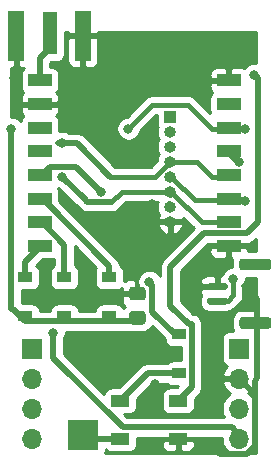
<source format=gbr>
%TF.GenerationSoftware,KiCad,Pcbnew,(5.1.10)-1*%
%TF.CreationDate,2022-02-17T21:59:23+01:00*%
%TF.ProjectId,TinyLora102,54696e79-4c6f-4726-9131-30322e6b6963,rev?*%
%TF.SameCoordinates,Original*%
%TF.FileFunction,Copper,L1,Top*%
%TF.FilePolarity,Positive*%
%FSLAX46Y46*%
G04 Gerber Fmt 4.6, Leading zero omitted, Abs format (unit mm)*
G04 Created by KiCad (PCBNEW (5.1.10)-1) date 2022-02-17 21:59:23*
%MOMM*%
%LPD*%
G01*
G04 APERTURE LIST*
%TA.AperFunction,ComponentPad*%
%ADD10O,1.000000X1.000000*%
%TD*%
%TA.AperFunction,ComponentPad*%
%ADD11R,1.000000X1.000000*%
%TD*%
%TA.AperFunction,SMDPad,CuDef*%
%ADD12R,2.000000X1.000000*%
%TD*%
%TA.AperFunction,SMDPad,CuDef*%
%ADD13R,1.200000X0.900000*%
%TD*%
%TA.AperFunction,SMDPad,CuDef*%
%ADD14R,1.270000X3.600000*%
%TD*%
%TA.AperFunction,SMDPad,CuDef*%
%ADD15R,1.350000X4.200000*%
%TD*%
%TA.AperFunction,SMDPad,CuDef*%
%ADD16R,2.500000X2.500000*%
%TD*%
%TA.AperFunction,ComponentPad*%
%ADD17O,1.700000X1.700000*%
%TD*%
%TA.AperFunction,ComponentPad*%
%ADD18R,1.700000X1.700000*%
%TD*%
%TA.AperFunction,SMDPad,CuDef*%
%ADD19R,1.500000X1.000000*%
%TD*%
%TA.AperFunction,ViaPad*%
%ADD20C,0.800000*%
%TD*%
%TA.AperFunction,Conductor*%
%ADD21C,0.500000*%
%TD*%
%TA.AperFunction,Conductor*%
%ADD22C,0.400000*%
%TD*%
%TA.AperFunction,Conductor*%
%ADD23C,0.254000*%
%TD*%
%TA.AperFunction,Conductor*%
%ADD24C,0.100000*%
%TD*%
G04 APERTURE END LIST*
%TO.P,Je,MP*%
%TO.N,N/C*%
%TA.AperFunction,SMDPad,CuDef*%
G36*
G01*
X122418000Y-120885000D02*
X120218000Y-120885000D01*
G75*
G02*
X119968000Y-120635000I0J250000D01*
G01*
X119968000Y-120135000D01*
G75*
G02*
X120218000Y-119885000I250000J0D01*
G01*
X122418000Y-119885000D01*
G75*
G02*
X122668000Y-120135000I0J-250000D01*
G01*
X122668000Y-120635000D01*
G75*
G02*
X122418000Y-120885000I-250000J0D01*
G01*
G37*
%TD.AperFunction*%
%TA.AperFunction,SMDPad,CuDef*%
G36*
G01*
X122418000Y-125835000D02*
X120218000Y-125835000D01*
G75*
G02*
X119968000Y-125585000I0J250000D01*
G01*
X119968000Y-125085000D01*
G75*
G02*
X120218000Y-124835000I250000J0D01*
G01*
X122418000Y-124835000D01*
G75*
G02*
X122668000Y-125085000I0J-250000D01*
G01*
X122668000Y-125585000D01*
G75*
G02*
X122418000Y-125835000I-250000J0D01*
G01*
G37*
%TD.AperFunction*%
%TO.P,Je,2*%
%TO.N,GND*%
%TA.AperFunction,SMDPad,CuDef*%
G36*
G01*
X118818000Y-122535000D02*
X117418000Y-122535000D01*
G75*
G02*
X117268000Y-122385000I0J150000D01*
G01*
X117268000Y-122085000D01*
G75*
G02*
X117418000Y-121935000I150000J0D01*
G01*
X118818000Y-121935000D01*
G75*
G02*
X118968000Y-122085000I0J-150000D01*
G01*
X118968000Y-122385000D01*
G75*
G02*
X118818000Y-122535000I-150000J0D01*
G01*
G37*
%TD.AperFunction*%
%TO.P,Je,1*%
%TO.N,+BATT*%
%TA.AperFunction,SMDPad,CuDef*%
G36*
G01*
X118818000Y-123785000D02*
X117418000Y-123785000D01*
G75*
G02*
X117268000Y-123635000I0J150000D01*
G01*
X117268000Y-123335000D01*
G75*
G02*
X117418000Y-123185000I150000J0D01*
G01*
X118818000Y-123185000D01*
G75*
G02*
X118968000Y-123335000I0J-150000D01*
G01*
X118968000Y-123635000D01*
G75*
G02*
X118818000Y-123785000I-150000J0D01*
G01*
G37*
%TD.AperFunction*%
%TD*%
D10*
%TO.P,J6,8*%
%TO.N,GND*%
X114126000Y-116764000D03*
%TO.P,J6,7*%
%TO.N,/GDO2*%
X114126000Y-115494000D03*
%TO.P,J6,6*%
%TO.N,/IO38_MISO*%
X114126000Y-114224000D03*
%TO.P,J6,5*%
%TO.N,/IO18_MOSI*%
X114126000Y-112954000D03*
%TO.P,J6,4*%
%TO.N,/IO32_SCK*%
X114126000Y-111684000D03*
%TO.P,J6,3*%
%TO.N,/IO25*%
X114126000Y-110414000D03*
%TO.P,J6,2*%
%TO.N,/IO26*%
X114126000Y-109144000D03*
D11*
%TO.P,J6,1*%
%TO.N,VDD*%
X114126000Y-107874000D03*
%TD*%
D12*
%TO.P,RFM95,16*%
%TO.N,Net-(D3-Pad2)*%
X103078000Y-118800000D03*
%TO.P,RFM95,15*%
%TO.N,Net-(D2-Pad2)*%
X103078000Y-116800000D03*
%TO.P,RFM95,14*%
%TO.N,Net-(D1-Pad2)*%
X103078000Y-114800000D03*
%TO.P,RFM95,13*%
%TO.N,+3V3*%
X103078000Y-112800000D03*
%TO.P,RFM95,12*%
%TO.N,Net-(RFM95-Pad12)*%
X103078000Y-110800000D03*
%TO.P,RFM95,11*%
%TO.N,Net-(RFM95-Pad11)*%
X103078000Y-108800000D03*
%TO.P,RFM95,10*%
%TO.N,GND*%
X103078000Y-106800000D03*
%TO.P,RFM95,9*%
%TO.N,Net-(AE1-Pad1)*%
X103078000Y-104800000D03*
%TO.P,RFM95,8*%
%TO.N,GND*%
X119078000Y-104800000D03*
%TO.P,RFM95,7*%
%TO.N,Net-(RFM95-Pad7)*%
X119078000Y-106800000D03*
%TO.P,RFM95,6*%
%TO.N,/IO23_RST*%
X119078000Y-108800000D03*
%TO.P,RFM95,5*%
%TO.N,/IO12_NSS*%
X119078000Y-110800000D03*
%TO.P,RFM95,4*%
%TO.N,/IO32_SCK*%
X119078000Y-112800000D03*
%TO.P,RFM95,3*%
%TO.N,/IO18_MOSI*%
X119078000Y-114800000D03*
%TO.P,RFM95,2*%
%TO.N,/IO38_MISO*%
X119078000Y-116800000D03*
%TO.P,RFM95,1*%
%TO.N,GND*%
X119078000Y-118800000D03*
%TD*%
D13*
%TO.P,D1,2*%
%TO.N,Net-(D1-Pad2)*%
X108966000Y-121464000D03*
%TO.P,D1,1*%
%TO.N,/IO33_D0*%
X108966000Y-124764000D03*
%TD*%
%TO.P,D3,2*%
%TO.N,Net-(D3-Pad2)*%
X101854000Y-121464000D03*
%TO.P,D3,1*%
%TO.N,/IO33_D0*%
X101854000Y-124764000D03*
%TD*%
%TO.P,D2,2*%
%TO.N,Net-(D2-Pad2)*%
X105156000Y-121464000D03*
%TO.P,D2,1*%
%TO.N,/IO33_D0*%
X105156000Y-124764000D03*
%TD*%
D14*
%TO.P,AE1,1*%
%TO.N,Net-(AE1-Pad1)*%
X103900000Y-100816000D03*
D15*
%TO.P,AE1,2*%
%TO.N,GND*%
X101075000Y-101016000D03*
X106725000Y-101016000D03*
%TD*%
D16*
%TO.P,J2,1*%
%TO.N,Net-(D5-Pad2)*%
X106760000Y-134798000D03*
%TD*%
D17*
%TO.P,J5,4*%
%TO.N,Net-(J5-Pad4)*%
X102442000Y-135120000D03*
%TO.P,J5,3*%
%TO.N,Net-(J5-Pad3)*%
X102442000Y-132580000D03*
%TO.P,J5,2*%
%TO.N,Net-(J5-Pad2)*%
X102442000Y-130040000D03*
D18*
%TO.P,J5,1*%
%TO.N,Net-(J5-Pad1)*%
X102442000Y-127500000D03*
%TD*%
D19*
%TO.P,D5,1*%
%TO.N,Net-(D4-Pad1)*%
X109898000Y-131928000D03*
%TO.P,D5,2*%
%TO.N,Net-(D5-Pad2)*%
X109898000Y-135128000D03*
%TO.P,D5,4*%
%TO.N,/IO37_LED*%
X114798000Y-131928000D03*
%TO.P,D5,3*%
%TO.N,GND*%
X114798000Y-135128000D03*
%TD*%
D13*
%TO.P,D4,2*%
%TO.N,+5V*%
X114888000Y-126290000D03*
%TO.P,D4,1*%
%TO.N,Net-(D4-Pad1)*%
X114888000Y-129590000D03*
%TD*%
D17*
%TO.P,J1,4*%
%TO.N,/IO25*%
X119968000Y-135120000D03*
%TO.P,J1,3*%
%TO.N,/IO26*%
X119968000Y-132580000D03*
%TO.P,J1,2*%
%TO.N,GND*%
X119968000Y-130040000D03*
D18*
%TO.P,J1,1*%
%TO.N,+5V*%
X119968000Y-127500000D03*
%TD*%
%TO.P,R2,2*%
%TO.N,/IO33_D0*%
%TA.AperFunction,SMDPad,CuDef*%
G36*
G01*
X110881999Y-124326000D02*
X111782001Y-124326000D01*
G75*
G02*
X112032000Y-124575999I0J-249999D01*
G01*
X112032000Y-125226001D01*
G75*
G02*
X111782001Y-125476000I-249999J0D01*
G01*
X110881999Y-125476000D01*
G75*
G02*
X110632000Y-125226001I0J249999D01*
G01*
X110632000Y-124575999D01*
G75*
G02*
X110881999Y-124326000I249999J0D01*
G01*
G37*
%TD.AperFunction*%
%TO.P,R2,1*%
%TO.N,GND*%
%TA.AperFunction,SMDPad,CuDef*%
G36*
G01*
X110881999Y-122276000D02*
X111782001Y-122276000D01*
G75*
G02*
X112032000Y-122525999I0J-249999D01*
G01*
X112032000Y-123176001D01*
G75*
G02*
X111782001Y-123426000I-249999J0D01*
G01*
X110881999Y-123426000D01*
G75*
G02*
X110632000Y-123176001I0J249999D01*
G01*
X110632000Y-122525999D01*
G75*
G02*
X110881999Y-122276000I249999J0D01*
G01*
G37*
%TD.AperFunction*%
%TD*%
D20*
%TO.N,+3V3*%
X108275000Y-114233000D03*
%TO.N,GND*%
X100918000Y-104572000D03*
X108284000Y-129718000D03*
X105998000Y-107366000D03*
X112602000Y-111684000D03*
X114634000Y-105080000D03*
X103712000Y-123622000D03*
X112856000Y-130480000D03*
X117428000Y-131750000D03*
X117682000Y-135814000D03*
X106700000Y-126700000D03*
X112602000Y-128448000D03*
X112602000Y-115240000D03*
X106760000Y-104064000D03*
X118952000Y-125146000D03*
%TO.N,/IO25*%
X104216459Y-126158459D03*
%TO.N,/IO12_NSS*%
X119968000Y-111684000D03*
%TO.N,/IO33_D0*%
X100664000Y-108890000D03*
%TO.N,/IO38_MISO*%
X104982000Y-112954000D03*
%TO.N,/IO23_RST*%
X110570000Y-108881000D03*
X120476000Y-108890000D03*
%TO.N,/IO32_SCK*%
X104982000Y-110115564D03*
%TO.N,/IO18_MOSI*%
X120476000Y-114986000D03*
%TO.N,+5V*%
X112348000Y-121844000D03*
%TO.N,/IO37_LED*%
X121238000Y-104318000D03*
%TO.N,+BATT*%
X119460000Y-121590000D03*
%TD*%
D21*
%TO.N,+3V3*%
X106145999Y-112103999D02*
X108275000Y-114233000D01*
X103912001Y-112103999D02*
X106145999Y-112103999D01*
X103078000Y-112938000D02*
X103912001Y-112103999D01*
%TO.N,GND*%
X108284000Y-128448000D02*
X112602000Y-128448000D01*
X106760000Y-126924000D02*
X108284000Y-128448000D01*
X118220001Y-130957999D02*
X117428000Y-131750000D01*
X117682000Y-135814000D02*
X118081999Y-136213999D01*
X121268001Y-131340001D02*
X119968000Y-130040000D01*
X121268001Y-135744001D02*
X121268001Y-131340001D01*
X120592001Y-136420001D02*
X121268001Y-135744001D01*
X118288001Y-136420001D02*
X120592001Y-136420001D01*
X117682000Y-135814000D02*
X118288001Y-136420001D01*
X121268001Y-130256001D02*
X121492000Y-130032002D01*
X121268001Y-131340001D02*
X121268001Y-130256001D01*
X121492000Y-130032002D02*
X121492000Y-126285010D01*
X121492000Y-126285010D02*
X121492000Y-123341962D01*
X121492000Y-123341962D02*
X120978047Y-122828009D01*
X120978047Y-122828009D02*
X120362019Y-122211981D01*
%TO.N,/IO25*%
X110087997Y-134177999D02*
X119347999Y-134177999D01*
X104216459Y-128306461D02*
X110087997Y-134177999D01*
X104216459Y-126158459D02*
X104216459Y-128306461D01*
X119968000Y-134798000D02*
X119347999Y-134177999D01*
%TO.N,/IO12_NSS*%
X119824000Y-111684000D02*
X119078000Y-110938000D01*
X119968000Y-111684000D02*
X119824000Y-111684000D01*
%TO.N,/IO33_D0*%
X100804000Y-124130000D02*
X101854000Y-125180000D01*
X100664000Y-124130000D02*
X100804000Y-124130000D01*
X100664000Y-124130000D02*
X100664000Y-108890000D01*
X101854000Y-125180000D02*
X105156000Y-125180000D01*
X105156000Y-125180000D02*
X108966000Y-125180000D01*
X111053000Y-125180000D02*
X111332000Y-124901000D01*
X108966000Y-125180000D02*
X111053000Y-125180000D01*
%TO.N,/IO38_MISO*%
X118767998Y-116938000D02*
X119078000Y-116938000D01*
X106887000Y-114859000D02*
X107111001Y-115083001D01*
X106887000Y-114859000D02*
X104982000Y-112954000D01*
D22*
X110002002Y-114224000D02*
X114126000Y-114224000D01*
X109143001Y-115083001D02*
X110002002Y-114224000D01*
D21*
X107111001Y-115083001D02*
X109143001Y-115083001D01*
D22*
X114126000Y-114224000D02*
X114126000Y-114478000D01*
X116764002Y-116800000D02*
X119078000Y-116800000D01*
X114188002Y-114224000D02*
X116764002Y-116800000D01*
X114126000Y-114224000D02*
X114188002Y-114224000D01*
D21*
%TO.N,/IO23_RST*%
X119078000Y-108938000D02*
X119747000Y-108938000D01*
X120428000Y-108938000D02*
X120476000Y-108890000D01*
X119078000Y-108938000D02*
X120428000Y-108938000D01*
D22*
X110570000Y-108881000D02*
X110579000Y-108881000D01*
X110579000Y-108881000D02*
X112602000Y-106858000D01*
X117678000Y-108938000D02*
X119078000Y-108938000D01*
X115598000Y-106858000D02*
X117678000Y-108938000D01*
X112602000Y-106858000D02*
X115598000Y-106858000D01*
D21*
%TO.N,/IO32_SCK*%
X106207564Y-110115564D02*
X104584001Y-110115564D01*
X109030000Y-112938000D02*
X106207564Y-110115564D01*
D22*
X116424000Y-111684000D02*
X114126000Y-111684000D01*
X117678000Y-112938000D02*
X116424000Y-111684000D01*
X119078000Y-112938000D02*
X117678000Y-112938000D01*
X114063998Y-111684000D02*
X114126000Y-111684000D01*
X112809998Y-112938000D02*
X114063998Y-111684000D01*
X109030000Y-112938000D02*
X112809998Y-112938000D01*
D21*
%TO.N,/IO18_MOSI*%
X119126000Y-114986000D02*
X119078000Y-114938000D01*
X120428000Y-114938000D02*
X120476000Y-114986000D01*
X119078000Y-114938000D02*
X120428000Y-114938000D01*
D22*
X114188002Y-112954000D02*
X114126000Y-112954000D01*
X116172002Y-114938000D02*
X114188002Y-112954000D01*
X119078000Y-114938000D02*
X116172002Y-114938000D01*
D21*
%TO.N,+5V*%
X114888000Y-126290000D02*
X114508000Y-126290000D01*
X114508000Y-126290000D02*
X112602000Y-124384000D01*
X112602000Y-122098000D02*
X112348000Y-121844000D01*
X112602000Y-124384000D02*
X112602000Y-122098000D01*
%TO.N,/IO37_LED*%
X121238000Y-104318000D02*
X121524990Y-104604990D01*
X121524990Y-104604990D02*
X121524990Y-110668000D01*
X121524990Y-110668000D02*
X121524990Y-112224990D01*
X121524990Y-112224990D02*
X121524990Y-112147012D01*
X121524990Y-116801012D02*
X121524990Y-112224990D01*
X120576001Y-117750001D02*
X121524990Y-116801012D01*
X116949999Y-117750001D02*
X120576001Y-117750001D01*
X114126000Y-120574000D02*
X116949999Y-117750001D01*
X114126000Y-123876000D02*
X114126000Y-120574000D01*
X115684001Y-125434001D02*
X114126000Y-123876000D01*
X115938001Y-125434001D02*
X115684001Y-125434001D01*
X115938001Y-130787999D02*
X115938001Y-125434001D01*
X114798000Y-131928000D02*
X115938001Y-130787999D01*
%TO.N,Net-(D1-Pad2)*%
X103388002Y-114938000D02*
X108966000Y-120515998D01*
X103078000Y-114938000D02*
X103388002Y-114938000D01*
X108966000Y-120515998D02*
X108966000Y-121464000D01*
%TO.N,Net-(D2-Pad2)*%
X103388002Y-116938000D02*
X105156000Y-118705998D01*
X103078000Y-116938000D02*
X103388002Y-116938000D01*
X105156000Y-119170002D02*
X105156000Y-121464000D01*
X105156000Y-118705998D02*
X105156000Y-119170002D01*
%TO.N,Net-(D3-Pad2)*%
X101854000Y-120162000D02*
X103078000Y-118938000D01*
X101854000Y-120162000D02*
X101854000Y-121162000D01*
%TO.N,Net-(D4-Pad1)*%
X112236000Y-129590000D02*
X109898000Y-131928000D01*
X114888000Y-129590000D02*
X112236000Y-129590000D01*
%TO.N,Net-(D5-Pad2)*%
X106836000Y-135128000D02*
X106506000Y-134798000D01*
X109898000Y-135128000D02*
X106836000Y-135128000D01*
%TO.N,Net-(AE1-Pad1)*%
X103078000Y-102920000D02*
X104220000Y-101778000D01*
X103078000Y-104938000D02*
X103078000Y-102920000D01*
D22*
%TO.N,+BATT*%
X118968000Y-123485000D02*
X118118000Y-123485000D01*
X119460000Y-122993000D02*
X118968000Y-123485000D01*
X119460000Y-121590000D02*
X119460000Y-122993000D01*
D21*
%TO.N,/GDO2*%
X113989998Y-115240000D02*
X114126000Y-115240000D01*
%TD*%
D23*
%TO.N,GND*%
X118483000Y-135266260D02*
X118540068Y-135553158D01*
X118652010Y-135823411D01*
X118814525Y-136066632D01*
X119021368Y-136273475D01*
X119120930Y-136340000D01*
X108573941Y-136340000D01*
X108599502Y-136292180D01*
X108635812Y-136172482D01*
X108648072Y-136048000D01*
X108648072Y-136019791D01*
X108696815Y-136079185D01*
X108793506Y-136158537D01*
X108903820Y-136217502D01*
X109023518Y-136253812D01*
X109148000Y-136266072D01*
X110648000Y-136266072D01*
X110772482Y-136253812D01*
X110892180Y-136217502D01*
X111002494Y-136158537D01*
X111099185Y-136079185D01*
X111178537Y-135982494D01*
X111237502Y-135872180D01*
X111273812Y-135752482D01*
X111286072Y-135628000D01*
X113409928Y-135628000D01*
X113422188Y-135752482D01*
X113458498Y-135872180D01*
X113517463Y-135982494D01*
X113596815Y-136079185D01*
X113693506Y-136158537D01*
X113803820Y-136217502D01*
X113923518Y-136253812D01*
X114048000Y-136266072D01*
X114512250Y-136263000D01*
X114671000Y-136104250D01*
X114671000Y-135255000D01*
X114925000Y-135255000D01*
X114925000Y-136104250D01*
X115083750Y-136263000D01*
X115548000Y-136266072D01*
X115672482Y-136253812D01*
X115792180Y-136217502D01*
X115902494Y-136158537D01*
X115999185Y-136079185D01*
X116078537Y-135982494D01*
X116137502Y-135872180D01*
X116173812Y-135752482D01*
X116186072Y-135628000D01*
X116183000Y-135413750D01*
X116024250Y-135255000D01*
X114925000Y-135255000D01*
X114671000Y-135255000D01*
X113571750Y-135255000D01*
X113413000Y-135413750D01*
X113409928Y-135628000D01*
X111286072Y-135628000D01*
X111286072Y-135062999D01*
X118483000Y-135062999D01*
X118483000Y-135266260D01*
%TA.AperFunction,Conductor*%
D24*
G36*
X118483000Y-135266260D02*
G01*
X118540068Y-135553158D01*
X118652010Y-135823411D01*
X118814525Y-136066632D01*
X119021368Y-136273475D01*
X119120930Y-136340000D01*
X108573941Y-136340000D01*
X108599502Y-136292180D01*
X108635812Y-136172482D01*
X108648072Y-136048000D01*
X108648072Y-136019791D01*
X108696815Y-136079185D01*
X108793506Y-136158537D01*
X108903820Y-136217502D01*
X109023518Y-136253812D01*
X109148000Y-136266072D01*
X110648000Y-136266072D01*
X110772482Y-136253812D01*
X110892180Y-136217502D01*
X111002494Y-136158537D01*
X111099185Y-136079185D01*
X111178537Y-135982494D01*
X111237502Y-135872180D01*
X111273812Y-135752482D01*
X111286072Y-135628000D01*
X113409928Y-135628000D01*
X113422188Y-135752482D01*
X113458498Y-135872180D01*
X113517463Y-135982494D01*
X113596815Y-136079185D01*
X113693506Y-136158537D01*
X113803820Y-136217502D01*
X113923518Y-136253812D01*
X114048000Y-136266072D01*
X114512250Y-136263000D01*
X114671000Y-136104250D01*
X114671000Y-135255000D01*
X114925000Y-135255000D01*
X114925000Y-136104250D01*
X115083750Y-136263000D01*
X115548000Y-136266072D01*
X115672482Y-136253812D01*
X115792180Y-136217502D01*
X115902494Y-136158537D01*
X115999185Y-136079185D01*
X116078537Y-135982494D01*
X116137502Y-135872180D01*
X116173812Y-135752482D01*
X116186072Y-135628000D01*
X116183000Y-135413750D01*
X116024250Y-135255000D01*
X114925000Y-135255000D01*
X114671000Y-135255000D01*
X113571750Y-135255000D01*
X113413000Y-135413750D01*
X113409928Y-135628000D01*
X111286072Y-135628000D01*
X111286072Y-135062999D01*
X118483000Y-135062999D01*
X118483000Y-135266260D01*
G37*
%TD.AperFunction*%
D23*
X121340001Y-136340000D02*
X120815070Y-136340000D01*
X120914632Y-136273475D01*
X121121475Y-136066632D01*
X121283990Y-135823411D01*
X121340001Y-135688188D01*
X121340001Y-136340000D01*
%TA.AperFunction,Conductor*%
D24*
G36*
X121340001Y-136340000D02*
G01*
X120815070Y-136340000D01*
X120914632Y-136273475D01*
X121121475Y-136066632D01*
X121283990Y-135823411D01*
X121340001Y-135688188D01*
X121340001Y-136340000D01*
G37*
%TD.AperFunction*%
D23*
X121340001Y-119246928D02*
X120715311Y-119246928D01*
X120713000Y-119085750D01*
X120554250Y-118927000D01*
X119205000Y-118927000D01*
X119205000Y-119776250D01*
X119357117Y-119928367D01*
X119346992Y-119961746D01*
X119329928Y-120135000D01*
X119329928Y-120560596D01*
X119158102Y-120594774D01*
X118969744Y-120672795D01*
X118800226Y-120786063D01*
X118656063Y-120930226D01*
X118542795Y-121099744D01*
X118464774Y-121288102D01*
X118462471Y-121299680D01*
X118403750Y-121300000D01*
X118245000Y-121458750D01*
X118245000Y-122108000D01*
X118265000Y-122108000D01*
X118265000Y-122362000D01*
X118245000Y-122362000D01*
X118245000Y-122382000D01*
X117991000Y-122382000D01*
X117991000Y-122362000D01*
X116791750Y-122362000D01*
X116633000Y-122520750D01*
X116629928Y-122535000D01*
X116642188Y-122659482D01*
X116678498Y-122779180D01*
X116737463Y-122889494D01*
X116755256Y-122911175D01*
X116689916Y-123033418D01*
X116645071Y-123181255D01*
X116629928Y-123335000D01*
X116629928Y-123635000D01*
X116645071Y-123788745D01*
X116689916Y-123936582D01*
X116762742Y-124072829D01*
X116860749Y-124192251D01*
X116980171Y-124290258D01*
X117116418Y-124363084D01*
X117264255Y-124407929D01*
X117418000Y-124423072D01*
X118818000Y-124423072D01*
X118971745Y-124407929D01*
X119119582Y-124363084D01*
X119255829Y-124290258D01*
X119298843Y-124254957D01*
X119434146Y-124182636D01*
X119561291Y-124078291D01*
X119587446Y-124046421D01*
X120021421Y-123612446D01*
X120053291Y-123586291D01*
X120157636Y-123459146D01*
X120235172Y-123314087D01*
X120282918Y-123156689D01*
X120295000Y-123034019D01*
X120299040Y-122993001D01*
X120295000Y-122951982D01*
X120295000Y-122203285D01*
X120377205Y-122080256D01*
X120455226Y-121891898D01*
X120495000Y-121691939D01*
X120495000Y-121523072D01*
X121340001Y-121523072D01*
X121340001Y-124196928D01*
X120218000Y-124196928D01*
X120044746Y-124213992D01*
X119878150Y-124264528D01*
X119724614Y-124346595D01*
X119590038Y-124457038D01*
X119479595Y-124591614D01*
X119397528Y-124745150D01*
X119346992Y-124911746D01*
X119329928Y-125085000D01*
X119329928Y-125585000D01*
X119346992Y-125758254D01*
X119397528Y-125924850D01*
X119444072Y-126011928D01*
X119118000Y-126011928D01*
X118993518Y-126024188D01*
X118873820Y-126060498D01*
X118763506Y-126119463D01*
X118666815Y-126198815D01*
X118587463Y-126295506D01*
X118528498Y-126405820D01*
X118492188Y-126525518D01*
X118479928Y-126650000D01*
X118479928Y-128350000D01*
X118492188Y-128474482D01*
X118528498Y-128594180D01*
X118587463Y-128704494D01*
X118666815Y-128801185D01*
X118763506Y-128880537D01*
X118873820Y-128939502D01*
X118954466Y-128963966D01*
X118870412Y-129039731D01*
X118696359Y-129273080D01*
X118571175Y-129535901D01*
X118526524Y-129683110D01*
X118647845Y-129913000D01*
X119841000Y-129913000D01*
X119841000Y-129893000D01*
X120095000Y-129893000D01*
X120095000Y-129913000D01*
X120115000Y-129913000D01*
X120115000Y-130167000D01*
X120095000Y-130167000D01*
X120095000Y-130187000D01*
X119841000Y-130187000D01*
X119841000Y-130167000D01*
X118647845Y-130167000D01*
X118526524Y-130396890D01*
X118571175Y-130544099D01*
X118696359Y-130806920D01*
X118870412Y-131040269D01*
X119086645Y-131235178D01*
X119203534Y-131304805D01*
X119021368Y-131426525D01*
X118814525Y-131633368D01*
X118652010Y-131876589D01*
X118540068Y-132146842D01*
X118483000Y-132433740D01*
X118483000Y-132726260D01*
X118540068Y-133013158D01*
X118652010Y-133283411D01*
X118658416Y-133292999D01*
X110454576Y-133292999D01*
X110227649Y-133066072D01*
X110648000Y-133066072D01*
X110772482Y-133053812D01*
X110892180Y-133017502D01*
X111002494Y-132958537D01*
X111099185Y-132879185D01*
X111178537Y-132782494D01*
X111237502Y-132672180D01*
X111273812Y-132552482D01*
X111286072Y-132428000D01*
X111286072Y-131791506D01*
X112602579Y-130475000D01*
X113823532Y-130475000D01*
X113836815Y-130491185D01*
X113933506Y-130570537D01*
X114043820Y-130629502D01*
X114163518Y-130665812D01*
X114288000Y-130678072D01*
X114796349Y-130678072D01*
X114684494Y-130789928D01*
X114048000Y-130789928D01*
X113923518Y-130802188D01*
X113803820Y-130838498D01*
X113693506Y-130897463D01*
X113596815Y-130976815D01*
X113517463Y-131073506D01*
X113458498Y-131183820D01*
X113422188Y-131303518D01*
X113409928Y-131428000D01*
X113409928Y-132428000D01*
X113422188Y-132552482D01*
X113458498Y-132672180D01*
X113517463Y-132782494D01*
X113596815Y-132879185D01*
X113693506Y-132958537D01*
X113803820Y-133017502D01*
X113923518Y-133053812D01*
X114048000Y-133066072D01*
X115548000Y-133066072D01*
X115672482Y-133053812D01*
X115792180Y-133017502D01*
X115902494Y-132958537D01*
X115999185Y-132879185D01*
X116078537Y-132782494D01*
X116137502Y-132672180D01*
X116173812Y-132552482D01*
X116186072Y-132428000D01*
X116186072Y-131791507D01*
X116533051Y-131444528D01*
X116566818Y-131416816D01*
X116635643Y-131332954D01*
X116677412Y-131282058D01*
X116687059Y-131264010D01*
X116759590Y-131128312D01*
X116810196Y-130961489D01*
X116823001Y-130831476D01*
X116823001Y-130831468D01*
X116827282Y-130787999D01*
X116823001Y-130744530D01*
X116823001Y-125477478D01*
X116827283Y-125434001D01*
X116819354Y-125353490D01*
X116810196Y-125260511D01*
X116759590Y-125093688D01*
X116677412Y-124939942D01*
X116566818Y-124805184D01*
X116432060Y-124694590D01*
X116278314Y-124612412D01*
X116111491Y-124561806D01*
X116058129Y-124556550D01*
X115011000Y-123509422D01*
X115011000Y-121935000D01*
X116629928Y-121935000D01*
X116633000Y-121949250D01*
X116791750Y-122108000D01*
X117991000Y-122108000D01*
X117991000Y-121458750D01*
X117832250Y-121300000D01*
X117268000Y-121296928D01*
X117143518Y-121309188D01*
X117023820Y-121345498D01*
X116913506Y-121404463D01*
X116816815Y-121483815D01*
X116737463Y-121580506D01*
X116678498Y-121690820D01*
X116642188Y-121810518D01*
X116629928Y-121935000D01*
X115011000Y-121935000D01*
X115011000Y-120940578D01*
X116651578Y-119300000D01*
X117439928Y-119300000D01*
X117452188Y-119424482D01*
X117488498Y-119544180D01*
X117547463Y-119654494D01*
X117626815Y-119751185D01*
X117723506Y-119830537D01*
X117833820Y-119889502D01*
X117953518Y-119925812D01*
X118078000Y-119938072D01*
X118792250Y-119935000D01*
X118951000Y-119776250D01*
X118951000Y-118927000D01*
X117601750Y-118927000D01*
X117443000Y-119085750D01*
X117439928Y-119300000D01*
X116651578Y-119300000D01*
X117316578Y-118635001D01*
X117563751Y-118635001D01*
X117601750Y-118673000D01*
X118951000Y-118673000D01*
X118951000Y-118653000D01*
X119205000Y-118653000D01*
X119205000Y-118673000D01*
X120554250Y-118673000D01*
X120589275Y-118637975D01*
X120619470Y-118635001D01*
X120619478Y-118635001D01*
X120749491Y-118622196D01*
X120916314Y-118571590D01*
X121070060Y-118489412D01*
X121204818Y-118378818D01*
X121232535Y-118345045D01*
X121340000Y-118237580D01*
X121340001Y-119246928D01*
%TA.AperFunction,Conductor*%
D24*
G36*
X121340001Y-119246928D02*
G01*
X120715311Y-119246928D01*
X120713000Y-119085750D01*
X120554250Y-118927000D01*
X119205000Y-118927000D01*
X119205000Y-119776250D01*
X119357117Y-119928367D01*
X119346992Y-119961746D01*
X119329928Y-120135000D01*
X119329928Y-120560596D01*
X119158102Y-120594774D01*
X118969744Y-120672795D01*
X118800226Y-120786063D01*
X118656063Y-120930226D01*
X118542795Y-121099744D01*
X118464774Y-121288102D01*
X118462471Y-121299680D01*
X118403750Y-121300000D01*
X118245000Y-121458750D01*
X118245000Y-122108000D01*
X118265000Y-122108000D01*
X118265000Y-122362000D01*
X118245000Y-122362000D01*
X118245000Y-122382000D01*
X117991000Y-122382000D01*
X117991000Y-122362000D01*
X116791750Y-122362000D01*
X116633000Y-122520750D01*
X116629928Y-122535000D01*
X116642188Y-122659482D01*
X116678498Y-122779180D01*
X116737463Y-122889494D01*
X116755256Y-122911175D01*
X116689916Y-123033418D01*
X116645071Y-123181255D01*
X116629928Y-123335000D01*
X116629928Y-123635000D01*
X116645071Y-123788745D01*
X116689916Y-123936582D01*
X116762742Y-124072829D01*
X116860749Y-124192251D01*
X116980171Y-124290258D01*
X117116418Y-124363084D01*
X117264255Y-124407929D01*
X117418000Y-124423072D01*
X118818000Y-124423072D01*
X118971745Y-124407929D01*
X119119582Y-124363084D01*
X119255829Y-124290258D01*
X119298843Y-124254957D01*
X119434146Y-124182636D01*
X119561291Y-124078291D01*
X119587446Y-124046421D01*
X120021421Y-123612446D01*
X120053291Y-123586291D01*
X120157636Y-123459146D01*
X120235172Y-123314087D01*
X120282918Y-123156689D01*
X120295000Y-123034019D01*
X120299040Y-122993001D01*
X120295000Y-122951982D01*
X120295000Y-122203285D01*
X120377205Y-122080256D01*
X120455226Y-121891898D01*
X120495000Y-121691939D01*
X120495000Y-121523072D01*
X121340001Y-121523072D01*
X121340001Y-124196928D01*
X120218000Y-124196928D01*
X120044746Y-124213992D01*
X119878150Y-124264528D01*
X119724614Y-124346595D01*
X119590038Y-124457038D01*
X119479595Y-124591614D01*
X119397528Y-124745150D01*
X119346992Y-124911746D01*
X119329928Y-125085000D01*
X119329928Y-125585000D01*
X119346992Y-125758254D01*
X119397528Y-125924850D01*
X119444072Y-126011928D01*
X119118000Y-126011928D01*
X118993518Y-126024188D01*
X118873820Y-126060498D01*
X118763506Y-126119463D01*
X118666815Y-126198815D01*
X118587463Y-126295506D01*
X118528498Y-126405820D01*
X118492188Y-126525518D01*
X118479928Y-126650000D01*
X118479928Y-128350000D01*
X118492188Y-128474482D01*
X118528498Y-128594180D01*
X118587463Y-128704494D01*
X118666815Y-128801185D01*
X118763506Y-128880537D01*
X118873820Y-128939502D01*
X118954466Y-128963966D01*
X118870412Y-129039731D01*
X118696359Y-129273080D01*
X118571175Y-129535901D01*
X118526524Y-129683110D01*
X118647845Y-129913000D01*
X119841000Y-129913000D01*
X119841000Y-129893000D01*
X120095000Y-129893000D01*
X120095000Y-129913000D01*
X120115000Y-129913000D01*
X120115000Y-130167000D01*
X120095000Y-130167000D01*
X120095000Y-130187000D01*
X119841000Y-130187000D01*
X119841000Y-130167000D01*
X118647845Y-130167000D01*
X118526524Y-130396890D01*
X118571175Y-130544099D01*
X118696359Y-130806920D01*
X118870412Y-131040269D01*
X119086645Y-131235178D01*
X119203534Y-131304805D01*
X119021368Y-131426525D01*
X118814525Y-131633368D01*
X118652010Y-131876589D01*
X118540068Y-132146842D01*
X118483000Y-132433740D01*
X118483000Y-132726260D01*
X118540068Y-133013158D01*
X118652010Y-133283411D01*
X118658416Y-133292999D01*
X110454576Y-133292999D01*
X110227649Y-133066072D01*
X110648000Y-133066072D01*
X110772482Y-133053812D01*
X110892180Y-133017502D01*
X111002494Y-132958537D01*
X111099185Y-132879185D01*
X111178537Y-132782494D01*
X111237502Y-132672180D01*
X111273812Y-132552482D01*
X111286072Y-132428000D01*
X111286072Y-131791506D01*
X112602579Y-130475000D01*
X113823532Y-130475000D01*
X113836815Y-130491185D01*
X113933506Y-130570537D01*
X114043820Y-130629502D01*
X114163518Y-130665812D01*
X114288000Y-130678072D01*
X114796349Y-130678072D01*
X114684494Y-130789928D01*
X114048000Y-130789928D01*
X113923518Y-130802188D01*
X113803820Y-130838498D01*
X113693506Y-130897463D01*
X113596815Y-130976815D01*
X113517463Y-131073506D01*
X113458498Y-131183820D01*
X113422188Y-131303518D01*
X113409928Y-131428000D01*
X113409928Y-132428000D01*
X113422188Y-132552482D01*
X113458498Y-132672180D01*
X113517463Y-132782494D01*
X113596815Y-132879185D01*
X113693506Y-132958537D01*
X113803820Y-133017502D01*
X113923518Y-133053812D01*
X114048000Y-133066072D01*
X115548000Y-133066072D01*
X115672482Y-133053812D01*
X115792180Y-133017502D01*
X115902494Y-132958537D01*
X115999185Y-132879185D01*
X116078537Y-132782494D01*
X116137502Y-132672180D01*
X116173812Y-132552482D01*
X116186072Y-132428000D01*
X116186072Y-131791507D01*
X116533051Y-131444528D01*
X116566818Y-131416816D01*
X116635643Y-131332954D01*
X116677412Y-131282058D01*
X116687059Y-131264010D01*
X116759590Y-131128312D01*
X116810196Y-130961489D01*
X116823001Y-130831476D01*
X116823001Y-130831468D01*
X116827282Y-130787999D01*
X116823001Y-130744530D01*
X116823001Y-125477478D01*
X116827283Y-125434001D01*
X116819354Y-125353490D01*
X116810196Y-125260511D01*
X116759590Y-125093688D01*
X116677412Y-124939942D01*
X116566818Y-124805184D01*
X116432060Y-124694590D01*
X116278314Y-124612412D01*
X116111491Y-124561806D01*
X116058129Y-124556550D01*
X115011000Y-123509422D01*
X115011000Y-121935000D01*
X116629928Y-121935000D01*
X116633000Y-121949250D01*
X116791750Y-122108000D01*
X117991000Y-122108000D01*
X117991000Y-121458750D01*
X117832250Y-121300000D01*
X117268000Y-121296928D01*
X117143518Y-121309188D01*
X117023820Y-121345498D01*
X116913506Y-121404463D01*
X116816815Y-121483815D01*
X116737463Y-121580506D01*
X116678498Y-121690820D01*
X116642188Y-121810518D01*
X116629928Y-121935000D01*
X115011000Y-121935000D01*
X115011000Y-120940578D01*
X116651578Y-119300000D01*
X117439928Y-119300000D01*
X117452188Y-119424482D01*
X117488498Y-119544180D01*
X117547463Y-119654494D01*
X117626815Y-119751185D01*
X117723506Y-119830537D01*
X117833820Y-119889502D01*
X117953518Y-119925812D01*
X118078000Y-119938072D01*
X118792250Y-119935000D01*
X118951000Y-119776250D01*
X118951000Y-118927000D01*
X117601750Y-118927000D01*
X117443000Y-119085750D01*
X117439928Y-119300000D01*
X116651578Y-119300000D01*
X117316578Y-118635001D01*
X117563751Y-118635001D01*
X117601750Y-118673000D01*
X118951000Y-118673000D01*
X118951000Y-118653000D01*
X119205000Y-118653000D01*
X119205000Y-118673000D01*
X120554250Y-118673000D01*
X120589275Y-118637975D01*
X120619470Y-118635001D01*
X120619478Y-118635001D01*
X120749491Y-118622196D01*
X120916314Y-118571590D01*
X121070060Y-118489412D01*
X121204818Y-118378818D01*
X121232535Y-118345045D01*
X121340000Y-118237580D01*
X121340001Y-119246928D01*
G37*
%TD.AperFunction*%
D23*
X121340001Y-132011812D02*
X121283990Y-131876589D01*
X121121475Y-131633368D01*
X120914632Y-131426525D01*
X120732466Y-131304805D01*
X120849355Y-131235178D01*
X121065588Y-131040269D01*
X121239641Y-130806920D01*
X121340001Y-130596217D01*
X121340001Y-132011812D01*
%TA.AperFunction,Conductor*%
D24*
G36*
X121340001Y-132011812D02*
G01*
X121283990Y-131876589D01*
X121121475Y-131633368D01*
X120914632Y-131426525D01*
X120732466Y-131304805D01*
X120849355Y-131235178D01*
X121065588Y-131040269D01*
X121239641Y-130806920D01*
X121340001Y-130596217D01*
X121340001Y-132011812D01*
G37*
%TD.AperFunction*%
D23*
X113649928Y-126683507D02*
X113649928Y-126740000D01*
X113662188Y-126864482D01*
X113698498Y-126984180D01*
X113757463Y-127094494D01*
X113836815Y-127191185D01*
X113933506Y-127270537D01*
X114043820Y-127329502D01*
X114163518Y-127365812D01*
X114288000Y-127378072D01*
X115053002Y-127378072D01*
X115053001Y-128501928D01*
X114288000Y-128501928D01*
X114163518Y-128514188D01*
X114043820Y-128550498D01*
X113933506Y-128609463D01*
X113836815Y-128688815D01*
X113823532Y-128705000D01*
X112279465Y-128705000D01*
X112235999Y-128700719D01*
X112192533Y-128705000D01*
X112192523Y-128705000D01*
X112062510Y-128717805D01*
X111895687Y-128768411D01*
X111741941Y-128850589D01*
X111741939Y-128850590D01*
X111741940Y-128850590D01*
X111640953Y-128933468D01*
X111640951Y-128933470D01*
X111607183Y-128961183D01*
X111579470Y-128994951D01*
X109784494Y-130789928D01*
X109148000Y-130789928D01*
X109023518Y-130802188D01*
X108903820Y-130838498D01*
X108793506Y-130897463D01*
X108696815Y-130976815D01*
X108617463Y-131073506D01*
X108558498Y-131183820D01*
X108522188Y-131303518D01*
X108517069Y-131355493D01*
X105101459Y-127939883D01*
X105101459Y-126696913D01*
X105133664Y-126648715D01*
X105211685Y-126460357D01*
X105251459Y-126260398D01*
X105251459Y-126065000D01*
X110603228Y-126065000D01*
X110708745Y-126097008D01*
X110881999Y-126114072D01*
X111782001Y-126114072D01*
X111955255Y-126097008D01*
X112121851Y-126046472D01*
X112275387Y-125964405D01*
X112409962Y-125853962D01*
X112520405Y-125719387D01*
X112578020Y-125611598D01*
X113649928Y-126683507D01*
%TA.AperFunction,Conductor*%
D24*
G36*
X113649928Y-126683507D02*
G01*
X113649928Y-126740000D01*
X113662188Y-126864482D01*
X113698498Y-126984180D01*
X113757463Y-127094494D01*
X113836815Y-127191185D01*
X113933506Y-127270537D01*
X114043820Y-127329502D01*
X114163518Y-127365812D01*
X114288000Y-127378072D01*
X115053002Y-127378072D01*
X115053001Y-128501928D01*
X114288000Y-128501928D01*
X114163518Y-128514188D01*
X114043820Y-128550498D01*
X113933506Y-128609463D01*
X113836815Y-128688815D01*
X113823532Y-128705000D01*
X112279465Y-128705000D01*
X112235999Y-128700719D01*
X112192533Y-128705000D01*
X112192523Y-128705000D01*
X112062510Y-128717805D01*
X111895687Y-128768411D01*
X111741941Y-128850589D01*
X111741939Y-128850590D01*
X111741940Y-128850590D01*
X111640953Y-128933468D01*
X111640951Y-128933470D01*
X111607183Y-128961183D01*
X111579470Y-128994951D01*
X109784494Y-130789928D01*
X109148000Y-130789928D01*
X109023518Y-130802188D01*
X108903820Y-130838498D01*
X108793506Y-130897463D01*
X108696815Y-130976815D01*
X108617463Y-131073506D01*
X108558498Y-131183820D01*
X108522188Y-131303518D01*
X108517069Y-131355493D01*
X105101459Y-127939883D01*
X105101459Y-126696913D01*
X105133664Y-126648715D01*
X105211685Y-126460357D01*
X105251459Y-126260398D01*
X105251459Y-126065000D01*
X110603228Y-126065000D01*
X110708745Y-126097008D01*
X110881999Y-126114072D01*
X111782001Y-126114072D01*
X111955255Y-126097008D01*
X112121851Y-126046472D01*
X112275387Y-125964405D01*
X112409962Y-125853962D01*
X112520405Y-125719387D01*
X112578020Y-125611598D01*
X113649928Y-126683507D01*
G37*
%TD.AperFunction*%
D23*
X121340001Y-130265242D02*
X121288156Y-130167002D01*
X121340001Y-130167002D01*
X121340001Y-130265242D01*
%TA.AperFunction,Conductor*%
D24*
G36*
X121340001Y-130265242D02*
G01*
X121288156Y-130167002D01*
X121340001Y-130167002D01*
X121340001Y-130265242D01*
G37*
%TD.AperFunction*%
D23*
X104680102Y-113949226D02*
X104736957Y-113960535D01*
X106291953Y-115515532D01*
X106291959Y-115515537D01*
X106454467Y-115678045D01*
X106482184Y-115711818D01*
X106616942Y-115822412D01*
X106770688Y-115904590D01*
X106937511Y-115955196D01*
X107067524Y-115968001D01*
X107067534Y-115968001D01*
X107111000Y-115972282D01*
X107154466Y-115968001D01*
X109186478Y-115968001D01*
X109316491Y-115955196D01*
X109483314Y-115904590D01*
X109637060Y-115822412D01*
X109771818Y-115711818D01*
X109882412Y-115577060D01*
X109942813Y-115464057D01*
X110347870Y-115059000D01*
X113077668Y-115059000D01*
X113034617Y-115162933D01*
X112991000Y-115382212D01*
X112991000Y-115605788D01*
X113034617Y-115825067D01*
X113120176Y-116031624D01*
X113188353Y-116133658D01*
X113138877Y-116203794D01*
X113048554Y-116407136D01*
X113031881Y-116462126D01*
X113158046Y-116637000D01*
X113999000Y-116637000D01*
X113999000Y-116625974D01*
X114014212Y-116629000D01*
X114237788Y-116629000D01*
X114253000Y-116625974D01*
X114253000Y-116637000D01*
X115093954Y-116637000D01*
X115220119Y-116462126D01*
X115209179Y-116426045D01*
X116115778Y-117332644D01*
X113530951Y-119917471D01*
X113497184Y-119945183D01*
X113469471Y-119978951D01*
X113469468Y-119978954D01*
X113386590Y-120079941D01*
X113304412Y-120233687D01*
X113253805Y-120400510D01*
X113236719Y-120574000D01*
X113241001Y-120617479D01*
X113241001Y-121317520D01*
X113151937Y-121184226D01*
X113007774Y-121040063D01*
X112838256Y-120926795D01*
X112649898Y-120848774D01*
X112449939Y-120809000D01*
X112246061Y-120809000D01*
X112046102Y-120848774D01*
X111857744Y-120926795D01*
X111688226Y-121040063D01*
X111544063Y-121184226D01*
X111430795Y-121353744D01*
X111352774Y-121542102D01*
X111313000Y-121742061D01*
X111313000Y-121945939D01*
X111352774Y-122145898D01*
X111430795Y-122334256D01*
X111459000Y-122376468D01*
X111459000Y-122724000D01*
X111479000Y-122724000D01*
X111479000Y-122978000D01*
X111459000Y-122978000D01*
X111459000Y-122998000D01*
X111205000Y-122998000D01*
X111205000Y-122978000D01*
X110155750Y-122978000D01*
X109997000Y-123136750D01*
X109993928Y-123426000D01*
X110006188Y-123550482D01*
X110042498Y-123670180D01*
X110101463Y-123780494D01*
X110180815Y-123877185D01*
X110260594Y-123942658D01*
X110254038Y-123948038D01*
X110154947Y-124068781D01*
X110096537Y-123959506D01*
X110017185Y-123862815D01*
X109920494Y-123783463D01*
X109810180Y-123724498D01*
X109690482Y-123688188D01*
X109566000Y-123675928D01*
X108366000Y-123675928D01*
X108241518Y-123688188D01*
X108121820Y-123724498D01*
X108011506Y-123783463D01*
X107914815Y-123862815D01*
X107835463Y-123959506D01*
X107776498Y-124069820D01*
X107740188Y-124189518D01*
X107729799Y-124295000D01*
X106392201Y-124295000D01*
X106381812Y-124189518D01*
X106345502Y-124069820D01*
X106286537Y-123959506D01*
X106207185Y-123862815D01*
X106110494Y-123783463D01*
X106000180Y-123724498D01*
X105880482Y-123688188D01*
X105756000Y-123675928D01*
X104556000Y-123675928D01*
X104431518Y-123688188D01*
X104311820Y-123724498D01*
X104201506Y-123783463D01*
X104104815Y-123862815D01*
X104025463Y-123959506D01*
X103966498Y-124069820D01*
X103930188Y-124189518D01*
X103919799Y-124295000D01*
X103090201Y-124295000D01*
X103079812Y-124189518D01*
X103043502Y-124069820D01*
X102984537Y-123959506D01*
X102905185Y-123862815D01*
X102808494Y-123783463D01*
X102698180Y-123724498D01*
X102578482Y-123688188D01*
X102454000Y-123675928D01*
X101601506Y-123675928D01*
X101549000Y-123623422D01*
X101549000Y-122552072D01*
X102454000Y-122552072D01*
X102578482Y-122539812D01*
X102698180Y-122503502D01*
X102808494Y-122444537D01*
X102905185Y-122365185D01*
X102984537Y-122268494D01*
X103043502Y-122158180D01*
X103079812Y-122038482D01*
X103092072Y-121914000D01*
X103092072Y-121014000D01*
X103079812Y-120889518D01*
X103043502Y-120769820D01*
X102984537Y-120659506D01*
X102905185Y-120562815D01*
X102808494Y-120483463D01*
X102792607Y-120474971D01*
X103329507Y-119938072D01*
X104078000Y-119938072D01*
X104202482Y-119925812D01*
X104271000Y-119905027D01*
X104271001Y-120446317D01*
X104201506Y-120483463D01*
X104104815Y-120562815D01*
X104025463Y-120659506D01*
X103966498Y-120769820D01*
X103930188Y-120889518D01*
X103917928Y-121014000D01*
X103917928Y-121914000D01*
X103930188Y-122038482D01*
X103966498Y-122158180D01*
X104025463Y-122268494D01*
X104104815Y-122365185D01*
X104201506Y-122444537D01*
X104311820Y-122503502D01*
X104431518Y-122539812D01*
X104556000Y-122552072D01*
X105756000Y-122552072D01*
X105880482Y-122539812D01*
X106000180Y-122503502D01*
X106110494Y-122444537D01*
X106207185Y-122365185D01*
X106286537Y-122268494D01*
X106345502Y-122158180D01*
X106381812Y-122038482D01*
X106394072Y-121914000D01*
X106394072Y-121014000D01*
X106381812Y-120889518D01*
X106345502Y-120769820D01*
X106286537Y-120659506D01*
X106207185Y-120562815D01*
X106110494Y-120483463D01*
X106041000Y-120446317D01*
X106041000Y-118842577D01*
X107845590Y-120647167D01*
X107835463Y-120659506D01*
X107776498Y-120769820D01*
X107740188Y-120889518D01*
X107727928Y-121014000D01*
X107727928Y-121914000D01*
X107740188Y-122038482D01*
X107776498Y-122158180D01*
X107835463Y-122268494D01*
X107914815Y-122365185D01*
X108011506Y-122444537D01*
X108121820Y-122503502D01*
X108241518Y-122539812D01*
X108366000Y-122552072D01*
X109566000Y-122552072D01*
X109690482Y-122539812D01*
X109810180Y-122503502D01*
X109920494Y-122444537D01*
X109995068Y-122383336D01*
X109997000Y-122565250D01*
X110155750Y-122724000D01*
X111205000Y-122724000D01*
X111205000Y-121799750D01*
X111046250Y-121641000D01*
X110632000Y-121637928D01*
X110507518Y-121650188D01*
X110387820Y-121686498D01*
X110277506Y-121745463D01*
X110204072Y-121805729D01*
X110204072Y-121014000D01*
X110191812Y-120889518D01*
X110155502Y-120769820D01*
X110096537Y-120659506D01*
X110017185Y-120562815D01*
X109920494Y-120483463D01*
X109848276Y-120444861D01*
X109838195Y-120342508D01*
X109787589Y-120175685D01*
X109705411Y-120021939D01*
X109670134Y-119978954D01*
X109622532Y-119920951D01*
X109622530Y-119920949D01*
X109594817Y-119887181D01*
X109561051Y-119859470D01*
X106767455Y-117065874D01*
X113031881Y-117065874D01*
X113048554Y-117120864D01*
X113138877Y-117324206D01*
X113267135Y-117506020D01*
X113428399Y-117659318D01*
X113616471Y-117778210D01*
X113824124Y-117858126D01*
X113999000Y-117733129D01*
X113999000Y-116891000D01*
X114253000Y-116891000D01*
X114253000Y-117733129D01*
X114427876Y-117858126D01*
X114635529Y-117778210D01*
X114823601Y-117659318D01*
X114984865Y-117506020D01*
X115113123Y-117324206D01*
X115203446Y-117120864D01*
X115220119Y-117065874D01*
X115093954Y-116891000D01*
X114253000Y-116891000D01*
X113999000Y-116891000D01*
X113158046Y-116891000D01*
X113031881Y-117065874D01*
X106767455Y-117065874D01*
X104716072Y-115014492D01*
X104716072Y-114300000D01*
X104703812Y-114175518D01*
X104667502Y-114055820D01*
X104608537Y-113945506D01*
X104576306Y-113906232D01*
X104680102Y-113949226D01*
%TA.AperFunction,Conductor*%
D24*
G36*
X104680102Y-113949226D02*
G01*
X104736957Y-113960535D01*
X106291953Y-115515532D01*
X106291959Y-115515537D01*
X106454467Y-115678045D01*
X106482184Y-115711818D01*
X106616942Y-115822412D01*
X106770688Y-115904590D01*
X106937511Y-115955196D01*
X107067524Y-115968001D01*
X107067534Y-115968001D01*
X107111000Y-115972282D01*
X107154466Y-115968001D01*
X109186478Y-115968001D01*
X109316491Y-115955196D01*
X109483314Y-115904590D01*
X109637060Y-115822412D01*
X109771818Y-115711818D01*
X109882412Y-115577060D01*
X109942813Y-115464057D01*
X110347870Y-115059000D01*
X113077668Y-115059000D01*
X113034617Y-115162933D01*
X112991000Y-115382212D01*
X112991000Y-115605788D01*
X113034617Y-115825067D01*
X113120176Y-116031624D01*
X113188353Y-116133658D01*
X113138877Y-116203794D01*
X113048554Y-116407136D01*
X113031881Y-116462126D01*
X113158046Y-116637000D01*
X113999000Y-116637000D01*
X113999000Y-116625974D01*
X114014212Y-116629000D01*
X114237788Y-116629000D01*
X114253000Y-116625974D01*
X114253000Y-116637000D01*
X115093954Y-116637000D01*
X115220119Y-116462126D01*
X115209179Y-116426045D01*
X116115778Y-117332644D01*
X113530951Y-119917471D01*
X113497184Y-119945183D01*
X113469471Y-119978951D01*
X113469468Y-119978954D01*
X113386590Y-120079941D01*
X113304412Y-120233687D01*
X113253805Y-120400510D01*
X113236719Y-120574000D01*
X113241001Y-120617479D01*
X113241001Y-121317520D01*
X113151937Y-121184226D01*
X113007774Y-121040063D01*
X112838256Y-120926795D01*
X112649898Y-120848774D01*
X112449939Y-120809000D01*
X112246061Y-120809000D01*
X112046102Y-120848774D01*
X111857744Y-120926795D01*
X111688226Y-121040063D01*
X111544063Y-121184226D01*
X111430795Y-121353744D01*
X111352774Y-121542102D01*
X111313000Y-121742061D01*
X111313000Y-121945939D01*
X111352774Y-122145898D01*
X111430795Y-122334256D01*
X111459000Y-122376468D01*
X111459000Y-122724000D01*
X111479000Y-122724000D01*
X111479000Y-122978000D01*
X111459000Y-122978000D01*
X111459000Y-122998000D01*
X111205000Y-122998000D01*
X111205000Y-122978000D01*
X110155750Y-122978000D01*
X109997000Y-123136750D01*
X109993928Y-123426000D01*
X110006188Y-123550482D01*
X110042498Y-123670180D01*
X110101463Y-123780494D01*
X110180815Y-123877185D01*
X110260594Y-123942658D01*
X110254038Y-123948038D01*
X110154947Y-124068781D01*
X110096537Y-123959506D01*
X110017185Y-123862815D01*
X109920494Y-123783463D01*
X109810180Y-123724498D01*
X109690482Y-123688188D01*
X109566000Y-123675928D01*
X108366000Y-123675928D01*
X108241518Y-123688188D01*
X108121820Y-123724498D01*
X108011506Y-123783463D01*
X107914815Y-123862815D01*
X107835463Y-123959506D01*
X107776498Y-124069820D01*
X107740188Y-124189518D01*
X107729799Y-124295000D01*
X106392201Y-124295000D01*
X106381812Y-124189518D01*
X106345502Y-124069820D01*
X106286537Y-123959506D01*
X106207185Y-123862815D01*
X106110494Y-123783463D01*
X106000180Y-123724498D01*
X105880482Y-123688188D01*
X105756000Y-123675928D01*
X104556000Y-123675928D01*
X104431518Y-123688188D01*
X104311820Y-123724498D01*
X104201506Y-123783463D01*
X104104815Y-123862815D01*
X104025463Y-123959506D01*
X103966498Y-124069820D01*
X103930188Y-124189518D01*
X103919799Y-124295000D01*
X103090201Y-124295000D01*
X103079812Y-124189518D01*
X103043502Y-124069820D01*
X102984537Y-123959506D01*
X102905185Y-123862815D01*
X102808494Y-123783463D01*
X102698180Y-123724498D01*
X102578482Y-123688188D01*
X102454000Y-123675928D01*
X101601506Y-123675928D01*
X101549000Y-123623422D01*
X101549000Y-122552072D01*
X102454000Y-122552072D01*
X102578482Y-122539812D01*
X102698180Y-122503502D01*
X102808494Y-122444537D01*
X102905185Y-122365185D01*
X102984537Y-122268494D01*
X103043502Y-122158180D01*
X103079812Y-122038482D01*
X103092072Y-121914000D01*
X103092072Y-121014000D01*
X103079812Y-120889518D01*
X103043502Y-120769820D01*
X102984537Y-120659506D01*
X102905185Y-120562815D01*
X102808494Y-120483463D01*
X102792607Y-120474971D01*
X103329507Y-119938072D01*
X104078000Y-119938072D01*
X104202482Y-119925812D01*
X104271000Y-119905027D01*
X104271001Y-120446317D01*
X104201506Y-120483463D01*
X104104815Y-120562815D01*
X104025463Y-120659506D01*
X103966498Y-120769820D01*
X103930188Y-120889518D01*
X103917928Y-121014000D01*
X103917928Y-121914000D01*
X103930188Y-122038482D01*
X103966498Y-122158180D01*
X104025463Y-122268494D01*
X104104815Y-122365185D01*
X104201506Y-122444537D01*
X104311820Y-122503502D01*
X104431518Y-122539812D01*
X104556000Y-122552072D01*
X105756000Y-122552072D01*
X105880482Y-122539812D01*
X106000180Y-122503502D01*
X106110494Y-122444537D01*
X106207185Y-122365185D01*
X106286537Y-122268494D01*
X106345502Y-122158180D01*
X106381812Y-122038482D01*
X106394072Y-121914000D01*
X106394072Y-121014000D01*
X106381812Y-120889518D01*
X106345502Y-120769820D01*
X106286537Y-120659506D01*
X106207185Y-120562815D01*
X106110494Y-120483463D01*
X106041000Y-120446317D01*
X106041000Y-118842577D01*
X107845590Y-120647167D01*
X107835463Y-120659506D01*
X107776498Y-120769820D01*
X107740188Y-120889518D01*
X107727928Y-121014000D01*
X107727928Y-121914000D01*
X107740188Y-122038482D01*
X107776498Y-122158180D01*
X107835463Y-122268494D01*
X107914815Y-122365185D01*
X108011506Y-122444537D01*
X108121820Y-122503502D01*
X108241518Y-122539812D01*
X108366000Y-122552072D01*
X109566000Y-122552072D01*
X109690482Y-122539812D01*
X109810180Y-122503502D01*
X109920494Y-122444537D01*
X109995068Y-122383336D01*
X109997000Y-122565250D01*
X110155750Y-122724000D01*
X111205000Y-122724000D01*
X111205000Y-121799750D01*
X111046250Y-121641000D01*
X110632000Y-121637928D01*
X110507518Y-121650188D01*
X110387820Y-121686498D01*
X110277506Y-121745463D01*
X110204072Y-121805729D01*
X110204072Y-121014000D01*
X110191812Y-120889518D01*
X110155502Y-120769820D01*
X110096537Y-120659506D01*
X110017185Y-120562815D01*
X109920494Y-120483463D01*
X109848276Y-120444861D01*
X109838195Y-120342508D01*
X109787589Y-120175685D01*
X109705411Y-120021939D01*
X109670134Y-119978954D01*
X109622532Y-119920951D01*
X109622530Y-119920949D01*
X109594817Y-119887181D01*
X109561051Y-119859470D01*
X106767455Y-117065874D01*
X113031881Y-117065874D01*
X113048554Y-117120864D01*
X113138877Y-117324206D01*
X113267135Y-117506020D01*
X113428399Y-117659318D01*
X113616471Y-117778210D01*
X113824124Y-117858126D01*
X113999000Y-117733129D01*
X113999000Y-116891000D01*
X114253000Y-116891000D01*
X114253000Y-117733129D01*
X114427876Y-117858126D01*
X114635529Y-117778210D01*
X114823601Y-117659318D01*
X114984865Y-117506020D01*
X115113123Y-117324206D01*
X115203446Y-117120864D01*
X115220119Y-117065874D01*
X115093954Y-116891000D01*
X114253000Y-116891000D01*
X113999000Y-116891000D01*
X113158046Y-116891000D01*
X113031881Y-117065874D01*
X106767455Y-117065874D01*
X104716072Y-115014492D01*
X104716072Y-114300000D01*
X104703812Y-114175518D01*
X104667502Y-114055820D01*
X104608537Y-113945506D01*
X104576306Y-113906232D01*
X104680102Y-113949226D01*
G37*
%TD.AperFunction*%
D23*
X105415000Y-100730250D02*
X105573750Y-100889000D01*
X106598000Y-100889000D01*
X106598000Y-100660000D01*
X106852000Y-100660000D01*
X106852000Y-100889000D01*
X107876250Y-100889000D01*
X108035000Y-100730250D01*
X108035119Y-100660000D01*
X121340000Y-100660000D01*
X121340000Y-103283012D01*
X121339939Y-103283000D01*
X121136061Y-103283000D01*
X120936102Y-103322774D01*
X120747744Y-103400795D01*
X120578226Y-103514063D01*
X120434063Y-103658226D01*
X120378884Y-103740807D01*
X120322180Y-103710498D01*
X120202482Y-103674188D01*
X120078000Y-103661928D01*
X119363750Y-103665000D01*
X119205000Y-103823750D01*
X119205000Y-104673000D01*
X119225000Y-104673000D01*
X119225000Y-104927000D01*
X119205000Y-104927000D01*
X119205000Y-104947000D01*
X118951000Y-104947000D01*
X118951000Y-104927000D01*
X117601750Y-104927000D01*
X117443000Y-105085750D01*
X117439928Y-105300000D01*
X117452188Y-105424482D01*
X117488498Y-105544180D01*
X117547463Y-105654494D01*
X117626815Y-105751185D01*
X117686296Y-105800000D01*
X117626815Y-105848815D01*
X117547463Y-105945506D01*
X117488498Y-106055820D01*
X117452188Y-106175518D01*
X117439928Y-106300000D01*
X117439928Y-107300000D01*
X117452188Y-107424482D01*
X117488498Y-107544180D01*
X117515426Y-107594559D01*
X116217446Y-106296579D01*
X116191291Y-106264709D01*
X116064146Y-106160364D01*
X115919087Y-106082828D01*
X115761689Y-106035082D01*
X115639019Y-106023000D01*
X115639018Y-106023000D01*
X115598000Y-106018960D01*
X115556982Y-106023000D01*
X112643018Y-106023000D01*
X112601999Y-106018960D01*
X112560981Y-106023000D01*
X112438311Y-106035082D01*
X112280913Y-106082828D01*
X112135854Y-106160364D01*
X112008709Y-106264709D01*
X111982559Y-106296573D01*
X110424460Y-107854673D01*
X110268102Y-107885774D01*
X110079744Y-107963795D01*
X109910226Y-108077063D01*
X109766063Y-108221226D01*
X109652795Y-108390744D01*
X109574774Y-108579102D01*
X109535000Y-108779061D01*
X109535000Y-108982939D01*
X109574774Y-109182898D01*
X109652795Y-109371256D01*
X109766063Y-109540774D01*
X109910226Y-109684937D01*
X110079744Y-109798205D01*
X110268102Y-109876226D01*
X110468061Y-109916000D01*
X110671939Y-109916000D01*
X110871898Y-109876226D01*
X111060256Y-109798205D01*
X111229774Y-109684937D01*
X111373937Y-109540774D01*
X111487205Y-109371256D01*
X111565226Y-109182898D01*
X111591858Y-109049009D01*
X112947868Y-107693000D01*
X112987928Y-107693000D01*
X112987928Y-108374000D01*
X113000188Y-108498482D01*
X113036498Y-108618180D01*
X113080888Y-108701226D01*
X113034617Y-108812933D01*
X112991000Y-109032212D01*
X112991000Y-109255788D01*
X113034617Y-109475067D01*
X113120176Y-109681624D01*
X113185241Y-109779000D01*
X113120176Y-109876376D01*
X113034617Y-110082933D01*
X112991000Y-110302212D01*
X112991000Y-110525788D01*
X113034617Y-110745067D01*
X113120176Y-110951624D01*
X113185241Y-111049000D01*
X113120176Y-111146376D01*
X113034617Y-111352933D01*
X112991000Y-111572212D01*
X112991000Y-111576130D01*
X112464131Y-112103000D01*
X109446579Y-112103000D01*
X106864098Y-109520520D01*
X106836381Y-109486747D01*
X106701623Y-109376153D01*
X106547877Y-109293975D01*
X106381054Y-109243369D01*
X106251041Y-109230564D01*
X106251033Y-109230564D01*
X106207564Y-109226283D01*
X106164095Y-109230564D01*
X105520454Y-109230564D01*
X105472256Y-109198359D01*
X105283898Y-109120338D01*
X105083939Y-109080564D01*
X104880061Y-109080564D01*
X104716072Y-109113183D01*
X104716072Y-108300000D01*
X104703812Y-108175518D01*
X104667502Y-108055820D01*
X104608537Y-107945506D01*
X104529185Y-107848815D01*
X104469704Y-107800000D01*
X104529185Y-107751185D01*
X104608537Y-107654494D01*
X104667502Y-107544180D01*
X104703812Y-107424482D01*
X104716072Y-107300000D01*
X104713000Y-107085750D01*
X104554250Y-106927000D01*
X103205000Y-106927000D01*
X103205000Y-106947000D01*
X102951000Y-106947000D01*
X102951000Y-106927000D01*
X101601750Y-106927000D01*
X101443000Y-107085750D01*
X101439928Y-107300000D01*
X101452188Y-107424482D01*
X101488498Y-107544180D01*
X101547463Y-107654494D01*
X101626815Y-107751185D01*
X101686296Y-107800000D01*
X101626815Y-107848815D01*
X101547463Y-107945506D01*
X101488498Y-108055820D01*
X101452188Y-108175518D01*
X101448695Y-108210984D01*
X101323774Y-108086063D01*
X101154256Y-107972795D01*
X100965898Y-107894774D01*
X100765939Y-107855000D01*
X100660000Y-107855000D01*
X100660000Y-103752020D01*
X100789250Y-103751000D01*
X100948000Y-103592250D01*
X100948000Y-102596091D01*
X101202000Y-102342091D01*
X101202000Y-103592250D01*
X101360750Y-103751000D01*
X101750000Y-103754072D01*
X101752820Y-103753794D01*
X101723506Y-103769463D01*
X101626815Y-103848815D01*
X101547463Y-103945506D01*
X101488498Y-104055820D01*
X101452188Y-104175518D01*
X101439928Y-104300000D01*
X101439928Y-105300000D01*
X101452188Y-105424482D01*
X101488498Y-105544180D01*
X101547463Y-105654494D01*
X101626815Y-105751185D01*
X101686296Y-105800000D01*
X101626815Y-105848815D01*
X101547463Y-105945506D01*
X101488498Y-106055820D01*
X101452188Y-106175518D01*
X101439928Y-106300000D01*
X101443000Y-106514250D01*
X101601750Y-106673000D01*
X102951000Y-106673000D01*
X102951000Y-106653000D01*
X103205000Y-106653000D01*
X103205000Y-106673000D01*
X104554250Y-106673000D01*
X104713000Y-106514250D01*
X104716072Y-106300000D01*
X104703812Y-106175518D01*
X104667502Y-106055820D01*
X104608537Y-105945506D01*
X104529185Y-105848815D01*
X104469704Y-105800000D01*
X104529185Y-105751185D01*
X104608537Y-105654494D01*
X104667502Y-105544180D01*
X104703812Y-105424482D01*
X104716072Y-105300000D01*
X104716072Y-104300000D01*
X117439928Y-104300000D01*
X117443000Y-104514250D01*
X117601750Y-104673000D01*
X118951000Y-104673000D01*
X118951000Y-103823750D01*
X118792250Y-103665000D01*
X118078000Y-103661928D01*
X117953518Y-103674188D01*
X117833820Y-103710498D01*
X117723506Y-103769463D01*
X117626815Y-103848815D01*
X117547463Y-103945506D01*
X117488498Y-104055820D01*
X117452188Y-104175518D01*
X117439928Y-104300000D01*
X104716072Y-104300000D01*
X104703812Y-104175518D01*
X104667502Y-104055820D01*
X104608537Y-103945506D01*
X104529185Y-103848815D01*
X104432494Y-103769463D01*
X104322180Y-103710498D01*
X104202482Y-103674188D01*
X104078000Y-103661928D01*
X103963000Y-103661928D01*
X103963000Y-103286578D01*
X103995506Y-103254072D01*
X104535000Y-103254072D01*
X104659482Y-103241812D01*
X104779180Y-103205502D01*
X104889494Y-103146537D01*
X104926703Y-103116000D01*
X105411928Y-103116000D01*
X105424188Y-103240482D01*
X105460498Y-103360180D01*
X105519463Y-103470494D01*
X105598815Y-103567185D01*
X105695506Y-103646537D01*
X105805820Y-103705502D01*
X105925518Y-103741812D01*
X106050000Y-103754072D01*
X106439250Y-103751000D01*
X106598000Y-103592250D01*
X106598000Y-101143000D01*
X106852000Y-101143000D01*
X106852000Y-103592250D01*
X107010750Y-103751000D01*
X107400000Y-103754072D01*
X107524482Y-103741812D01*
X107644180Y-103705502D01*
X107754494Y-103646537D01*
X107851185Y-103567185D01*
X107930537Y-103470494D01*
X107989502Y-103360180D01*
X108025812Y-103240482D01*
X108038072Y-103116000D01*
X108035000Y-101301750D01*
X107876250Y-101143000D01*
X106852000Y-101143000D01*
X106598000Y-101143000D01*
X105573750Y-101143000D01*
X105415000Y-101301750D01*
X105411928Y-103116000D01*
X104926703Y-103116000D01*
X104986185Y-103067185D01*
X105065537Y-102970494D01*
X105124502Y-102860180D01*
X105160812Y-102740482D01*
X105173072Y-102616000D01*
X105173072Y-100660000D01*
X105414881Y-100660000D01*
X105415000Y-100730250D01*
%TA.AperFunction,Conductor*%
D24*
G36*
X105415000Y-100730250D02*
G01*
X105573750Y-100889000D01*
X106598000Y-100889000D01*
X106598000Y-100660000D01*
X106852000Y-100660000D01*
X106852000Y-100889000D01*
X107876250Y-100889000D01*
X108035000Y-100730250D01*
X108035119Y-100660000D01*
X121340000Y-100660000D01*
X121340000Y-103283012D01*
X121339939Y-103283000D01*
X121136061Y-103283000D01*
X120936102Y-103322774D01*
X120747744Y-103400795D01*
X120578226Y-103514063D01*
X120434063Y-103658226D01*
X120378884Y-103740807D01*
X120322180Y-103710498D01*
X120202482Y-103674188D01*
X120078000Y-103661928D01*
X119363750Y-103665000D01*
X119205000Y-103823750D01*
X119205000Y-104673000D01*
X119225000Y-104673000D01*
X119225000Y-104927000D01*
X119205000Y-104927000D01*
X119205000Y-104947000D01*
X118951000Y-104947000D01*
X118951000Y-104927000D01*
X117601750Y-104927000D01*
X117443000Y-105085750D01*
X117439928Y-105300000D01*
X117452188Y-105424482D01*
X117488498Y-105544180D01*
X117547463Y-105654494D01*
X117626815Y-105751185D01*
X117686296Y-105800000D01*
X117626815Y-105848815D01*
X117547463Y-105945506D01*
X117488498Y-106055820D01*
X117452188Y-106175518D01*
X117439928Y-106300000D01*
X117439928Y-107300000D01*
X117452188Y-107424482D01*
X117488498Y-107544180D01*
X117515426Y-107594559D01*
X116217446Y-106296579D01*
X116191291Y-106264709D01*
X116064146Y-106160364D01*
X115919087Y-106082828D01*
X115761689Y-106035082D01*
X115639019Y-106023000D01*
X115639018Y-106023000D01*
X115598000Y-106018960D01*
X115556982Y-106023000D01*
X112643018Y-106023000D01*
X112601999Y-106018960D01*
X112560981Y-106023000D01*
X112438311Y-106035082D01*
X112280913Y-106082828D01*
X112135854Y-106160364D01*
X112008709Y-106264709D01*
X111982559Y-106296573D01*
X110424460Y-107854673D01*
X110268102Y-107885774D01*
X110079744Y-107963795D01*
X109910226Y-108077063D01*
X109766063Y-108221226D01*
X109652795Y-108390744D01*
X109574774Y-108579102D01*
X109535000Y-108779061D01*
X109535000Y-108982939D01*
X109574774Y-109182898D01*
X109652795Y-109371256D01*
X109766063Y-109540774D01*
X109910226Y-109684937D01*
X110079744Y-109798205D01*
X110268102Y-109876226D01*
X110468061Y-109916000D01*
X110671939Y-109916000D01*
X110871898Y-109876226D01*
X111060256Y-109798205D01*
X111229774Y-109684937D01*
X111373937Y-109540774D01*
X111487205Y-109371256D01*
X111565226Y-109182898D01*
X111591858Y-109049009D01*
X112947868Y-107693000D01*
X112987928Y-107693000D01*
X112987928Y-108374000D01*
X113000188Y-108498482D01*
X113036498Y-108618180D01*
X113080888Y-108701226D01*
X113034617Y-108812933D01*
X112991000Y-109032212D01*
X112991000Y-109255788D01*
X113034617Y-109475067D01*
X113120176Y-109681624D01*
X113185241Y-109779000D01*
X113120176Y-109876376D01*
X113034617Y-110082933D01*
X112991000Y-110302212D01*
X112991000Y-110525788D01*
X113034617Y-110745067D01*
X113120176Y-110951624D01*
X113185241Y-111049000D01*
X113120176Y-111146376D01*
X113034617Y-111352933D01*
X112991000Y-111572212D01*
X112991000Y-111576130D01*
X112464131Y-112103000D01*
X109446579Y-112103000D01*
X106864098Y-109520520D01*
X106836381Y-109486747D01*
X106701623Y-109376153D01*
X106547877Y-109293975D01*
X106381054Y-109243369D01*
X106251041Y-109230564D01*
X106251033Y-109230564D01*
X106207564Y-109226283D01*
X106164095Y-109230564D01*
X105520454Y-109230564D01*
X105472256Y-109198359D01*
X105283898Y-109120338D01*
X105083939Y-109080564D01*
X104880061Y-109080564D01*
X104716072Y-109113183D01*
X104716072Y-108300000D01*
X104703812Y-108175518D01*
X104667502Y-108055820D01*
X104608537Y-107945506D01*
X104529185Y-107848815D01*
X104469704Y-107800000D01*
X104529185Y-107751185D01*
X104608537Y-107654494D01*
X104667502Y-107544180D01*
X104703812Y-107424482D01*
X104716072Y-107300000D01*
X104713000Y-107085750D01*
X104554250Y-106927000D01*
X103205000Y-106927000D01*
X103205000Y-106947000D01*
X102951000Y-106947000D01*
X102951000Y-106927000D01*
X101601750Y-106927000D01*
X101443000Y-107085750D01*
X101439928Y-107300000D01*
X101452188Y-107424482D01*
X101488498Y-107544180D01*
X101547463Y-107654494D01*
X101626815Y-107751185D01*
X101686296Y-107800000D01*
X101626815Y-107848815D01*
X101547463Y-107945506D01*
X101488498Y-108055820D01*
X101452188Y-108175518D01*
X101448695Y-108210984D01*
X101323774Y-108086063D01*
X101154256Y-107972795D01*
X100965898Y-107894774D01*
X100765939Y-107855000D01*
X100660000Y-107855000D01*
X100660000Y-103752020D01*
X100789250Y-103751000D01*
X100948000Y-103592250D01*
X100948000Y-102596091D01*
X101202000Y-102342091D01*
X101202000Y-103592250D01*
X101360750Y-103751000D01*
X101750000Y-103754072D01*
X101752820Y-103753794D01*
X101723506Y-103769463D01*
X101626815Y-103848815D01*
X101547463Y-103945506D01*
X101488498Y-104055820D01*
X101452188Y-104175518D01*
X101439928Y-104300000D01*
X101439928Y-105300000D01*
X101452188Y-105424482D01*
X101488498Y-105544180D01*
X101547463Y-105654494D01*
X101626815Y-105751185D01*
X101686296Y-105800000D01*
X101626815Y-105848815D01*
X101547463Y-105945506D01*
X101488498Y-106055820D01*
X101452188Y-106175518D01*
X101439928Y-106300000D01*
X101443000Y-106514250D01*
X101601750Y-106673000D01*
X102951000Y-106673000D01*
X102951000Y-106653000D01*
X103205000Y-106653000D01*
X103205000Y-106673000D01*
X104554250Y-106673000D01*
X104713000Y-106514250D01*
X104716072Y-106300000D01*
X104703812Y-106175518D01*
X104667502Y-106055820D01*
X104608537Y-105945506D01*
X104529185Y-105848815D01*
X104469704Y-105800000D01*
X104529185Y-105751185D01*
X104608537Y-105654494D01*
X104667502Y-105544180D01*
X104703812Y-105424482D01*
X104716072Y-105300000D01*
X104716072Y-104300000D01*
X117439928Y-104300000D01*
X117443000Y-104514250D01*
X117601750Y-104673000D01*
X118951000Y-104673000D01*
X118951000Y-103823750D01*
X118792250Y-103665000D01*
X118078000Y-103661928D01*
X117953518Y-103674188D01*
X117833820Y-103710498D01*
X117723506Y-103769463D01*
X117626815Y-103848815D01*
X117547463Y-103945506D01*
X117488498Y-104055820D01*
X117452188Y-104175518D01*
X117439928Y-104300000D01*
X104716072Y-104300000D01*
X104703812Y-104175518D01*
X104667502Y-104055820D01*
X104608537Y-103945506D01*
X104529185Y-103848815D01*
X104432494Y-103769463D01*
X104322180Y-103710498D01*
X104202482Y-103674188D01*
X104078000Y-103661928D01*
X103963000Y-103661928D01*
X103963000Y-103286578D01*
X103995506Y-103254072D01*
X104535000Y-103254072D01*
X104659482Y-103241812D01*
X104779180Y-103205502D01*
X104889494Y-103146537D01*
X104926703Y-103116000D01*
X105411928Y-103116000D01*
X105424188Y-103240482D01*
X105460498Y-103360180D01*
X105519463Y-103470494D01*
X105598815Y-103567185D01*
X105695506Y-103646537D01*
X105805820Y-103705502D01*
X105925518Y-103741812D01*
X106050000Y-103754072D01*
X106439250Y-103751000D01*
X106598000Y-103592250D01*
X106598000Y-101143000D01*
X106852000Y-101143000D01*
X106852000Y-103592250D01*
X107010750Y-103751000D01*
X107400000Y-103754072D01*
X107524482Y-103741812D01*
X107644180Y-103705502D01*
X107754494Y-103646537D01*
X107851185Y-103567185D01*
X107930537Y-103470494D01*
X107989502Y-103360180D01*
X108025812Y-103240482D01*
X108038072Y-103116000D01*
X108035000Y-101301750D01*
X107876250Y-101143000D01*
X106852000Y-101143000D01*
X106598000Y-101143000D01*
X105573750Y-101143000D01*
X105415000Y-101301750D01*
X105411928Y-103116000D01*
X104926703Y-103116000D01*
X104986185Y-103067185D01*
X105065537Y-102970494D01*
X105124502Y-102860180D01*
X105160812Y-102740482D01*
X105173072Y-102616000D01*
X105173072Y-100660000D01*
X105414881Y-100660000D01*
X105415000Y-100730250D01*
G37*
%TD.AperFunction*%
%TD*%
M02*

</source>
